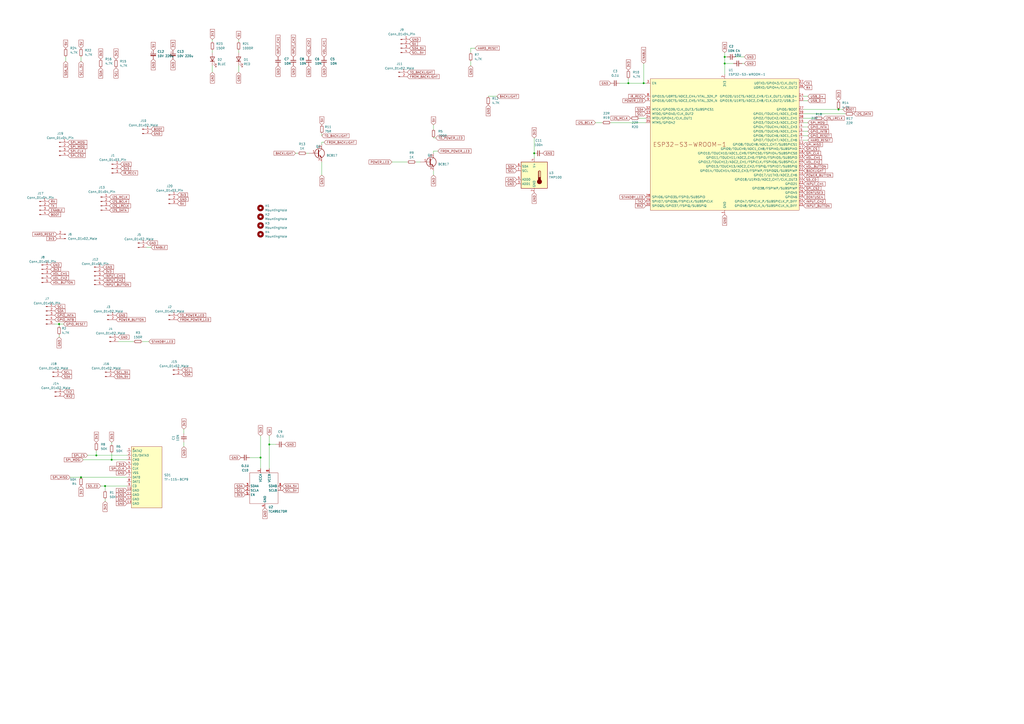
<source format=kicad_sch>
(kicad_sch (version 20231120) (generator "eeschema") (generator_version "8.0")
  (paper "A2")
  (junction (at 486.41 63.5))
  (junction (at 46.99 276.86))
  (junction (at 156.21 257.81))
  (junction (at 309.88 88.9))
  (junction (at 60.96 281.94))
  (junction (at 364.49 48.26))
  (junction (at 64.77 266.7))
  (junction (at 55.88 264.16))
  (junction (at 151.13 265.43))
  (junction (at 373.38 48.26))
  (junction (at 420.37 36.83))
  (junction (at 34.29 187.96))
  (junction (at 420.37 33.02))
  (wire (pts (xy 488.95 63.5) (xy 486.41 63.5)))
  (wire (pts (xy 354.33 71.12) (xy 374.65 71.12)))
  (wire (pts (xy 55.88 261.62) (xy 55.88 264.16)))
  (wire (pts (xy 364.49 48.26) (xy 373.38 48.26)))
  (wire (pts (xy 309.88 80.01) (xy 309.88 88.9)))
  (wire (pts (xy 421.64 33.02) (xy 420.37 33.02)))
  (wire (pts (xy 186.69 78.74) (xy 186.69 77.47)))
  (wire (pts (xy 251.46 99.06) (xy 251.46 101.6)))
  (wire (pts (xy 251.46 72.39) (xy 251.46 74.93)))
  (wire (pts (xy 468.63 78.74) (xy 466.09 78.74)))
  (wire (pts (xy 468.63 76.2) (xy 466.09 76.2)))
  (wire (pts (xy 46.99 276.86) (xy 73.66 276.86)))
  (wire (pts (xy 60.96 281.94) (xy 73.66 281.94)))
  (wire (pts (xy 420.37 33.02) (xy 420.37 36.83)))
  (wire (pts (xy 468.63 71.12) (xy 466.09 71.12)))
  (wire (pts (xy 64.77 266.7) (xy 73.66 266.7)))
  (wire (pts (xy 186.69 93.98) (xy 186.69 101.6)))
  (wire (pts (xy 420.37 30.48) (xy 420.37 33.02)))
  (wire (pts (xy 58.42 281.94) (xy 60.96 281.94)))
  (wire (pts (xy 420.37 36.83) (xy 420.37 43.18)))
  (wire (pts (xy 156.21 257.81) (xy 156.21 271.78)))
  (wire (pts (xy 123.19 24.13) (xy 123.19 22.86)))
  (wire (pts (xy 55.88 264.16) (xy 73.66 264.16)))
  (wire (pts (xy 309.88 88.9) (xy 309.88 91.44)))
  (wire (pts (xy 251.46 87.63) (xy 251.46 88.9)))
  (wire (pts (xy 186.69 83.82) (xy 186.69 82.55)))
  (wire (pts (xy 106.68 248.92) (xy 106.68 251.46)))
  (wire (pts (xy 288.29 55.88) (xy 283.21 55.88)))
  (wire (pts (xy 34.29 187.96) (xy 31.75 187.96)))
  (wire (pts (xy 373.38 48.26) (xy 374.65 48.26)))
  (wire (pts (xy 144.78 265.43) (xy 151.13 265.43)))
  (wire (pts (xy 48.26 266.7) (xy 64.77 266.7)))
  (wire (pts (xy 490.22 66.04) (xy 466.09 66.04)))
  (wire (pts (xy 345.44 71.12) (xy 349.25 71.12)))
  (wire (pts (xy 86.36 198.12) (xy 82.55 198.12)))
  (wire (pts (xy 34.29 189.23) (xy 34.29 187.96)))
  (wire (pts (xy 186.69 82.55) (xy 187.96 82.55)))
  (wire (pts (xy 64.77 256.54) (xy 64.77 257.81)))
  (wire (pts (xy 85.09 143.51) (xy 87.63 143.51)))
  (wire (pts (xy 425.45 36.83) (xy 420.37 36.83)))
  (wire (pts (xy 138.43 30.48) (xy 138.43 29.21)))
  (wire (pts (xy 50.8 264.16) (xy 55.88 264.16)))
  (wire (pts (xy 123.19 30.48) (xy 123.19 29.21)))
  (wire (pts (xy 468.63 58.42) (xy 466.09 58.42)))
  (wire (pts (xy 151.13 265.43) (xy 151.13 271.78)))
  (wire (pts (xy 138.43 41.91) (xy 138.43 38.1)))
  (wire (pts (xy 472.44 68.58) (xy 466.09 68.58)))
  (wire (pts (xy 171.45 88.9) (xy 172.72 88.9)))
  (wire (pts (xy 251.46 87.63) (xy 254 87.63)))
  (wire (pts (xy 273.05 38.1) (xy 273.05 35.56)))
  (wire (pts (xy 36.83 187.96) (xy 34.29 187.96)))
  (wire (pts (xy 38.1 33.02) (xy 38.1 35.56)))
  (wire (pts (xy 468.63 73.66) (xy 466.09 73.66)))
  (wire (pts (xy 241.3 93.98) (xy 243.84 93.98)))
  (wire (pts (xy 123.19 41.91) (xy 123.19 38.1)))
  (wire (pts (xy 431.8 36.83) (xy 430.53 36.83)))
  (wire (pts (xy 431.8 33.02) (xy 426.72 33.02)))
  (wire (pts (xy 156.21 252.73) (xy 156.21 257.81)))
  (wire (pts (xy 370.84 68.58) (xy 374.65 68.58)))
  (wire (pts (xy 151.13 252.73) (xy 151.13 265.43)))
  (wire (pts (xy 373.38 36.83) (xy 373.38 48.26)))
  (wire (pts (xy 275.59 27.94) (xy 273.05 27.94)))
  (wire (pts (xy 252.73 80.01) (xy 251.46 80.01)))
  (wire (pts (xy 34.29 195.58) (xy 34.29 194.31)))
  (wire (pts (xy 60.96 290.83) (xy 60.96 289.56)))
  (wire (pts (xy 156.21 257.81) (xy 160.02 257.81)))
  (wire (pts (xy 468.63 55.88) (xy 466.09 55.88)))
  (wire (pts (xy 273.05 30.48) (xy 273.05 27.94)))
  (wire (pts (xy 466.09 63.5) (xy 486.41 63.5)))
  (wire (pts (xy 64.77 262.89) (xy 64.77 266.7)))
  (wire (pts (xy 468.63 81.28) (xy 466.09 81.28)))
  (wire (pts (xy 138.43 24.13) (xy 138.43 22.86)))
  (wire (pts (xy 359.41 48.26) (xy 364.49 48.26)))
  (wire (pts (xy 364.49 45.72) (xy 364.49 48.26)))
  (wire (pts (xy 177.8 88.9) (xy 179.07 88.9)))
  (wire (pts (xy 60.96 284.48) (xy 60.96 281.94)))
  (wire (pts (xy 46.99 33.02) (xy 46.99 35.56)))
  (wire (pts (xy 77.47 198.12) (xy 68.58 198.12)))
  (wire (pts (xy 227.33 93.98) (xy 236.22 93.98)))
  (wire (pts (xy 40.64 276.86) (xy 46.99 276.86)))
  (wire (pts (xy 106.68 259.08) (xy 106.68 256.54)))
  (global_label "VOL_CH1" (shape input) (at 187.96 33.02 90) (property "Intersheetrefs" "${INTERSHEET_REFS}" (effects (hide yes))))
  (global_label "SDA_5V" (shape input) (at 237.49 27.94 0) (property "Intersheetrefs" "${INTERSHEET_REFS}" (effects (hide yes))))
  (global_label "GND" (shape input) (at 59.69 154.94 0) (property "Intersheetrefs" "${INTERSHEET_REFS}" (effects (hide yes))))
  (global_label "VOL_CH2" (shape input) (at 29.21 161.29 0) (property "Intersheetrefs" "${INTERSHEET_REFS}" (effects (hide yes))))
  (global_label "SPI_CS2" (shape input) (at 39.37 90.17 0) (property "Intersheetrefs" "${INTERSHEET_REFS}" (effects (hide yes))))
  (global_label "GND" (shape input) (at 29.21 153.67 0) (property "Intersheetrefs" "${INTERSHEET_REFS}" (effects (hide yes))))
  (global_label "5V" (shape input) (at 38.1 27.94 90) (property "Intersheetrefs" "${INTERSHEET_REFS}" (effects (hide yes))))
  (global_label "DONTUSE4" (shape input) (at 466.09 114.3 0) (property "Intersheetrefs" "${INTERSHEET_REFS}" (effects (hide yes))))
  (global_label "VOL_CH2" (shape input) (at 466.09 93.98 0) (property "Intersheetrefs" "${INTERSHEET_REFS}" (effects (hide yes))))
  (global_label "USB_D-" (shape input) (at 468.63 58.42 0) (property "Intersheetrefs" "${INTERSHEET_REFS}" (effects (hide yes))))
  (global_label "GND" (shape input) (at 73.66 292.1 180) (property "Intersheetrefs" "${INTERSHEET_REFS}" (effects (hide yes))))
  (global_label "GND" (shape input) (at 87.63 77.47 0) (property "Intersheetrefs" "${INTERSHEET_REFS}" (effects (hide yes))))
  (global_label "GND" (shape input) (at 106.68 259.08 270) (property "Intersheetrefs" "${INTERSHEET_REFS}" (effects (hide yes))))
  (global_label "3V3" (shape input) (at 420.37 30.48 90) (property "Intersheetrefs" "${INTERSHEET_REFS}" (effects (hide yes))))
  (global_label "GND" (shape input) (at 237.49 22.86 0) (property "Intersheetrefs" "${INTERSHEET_REFS}" (effects (hide yes))))
  (global_label "GND" (shape input) (at 431.8 33.02 0) (property "Intersheetrefs" "${INTERSHEET_REFS}" (effects (hide yes))))
  (global_label "GND" (shape input) (at 68.58 195.58 0) (property "Intersheetrefs" "${INTERSHEET_REFS}" (effects (hide yes))))
  (global_label "5V" (shape input) (at 46.99 27.94 90) (property "Intersheetrefs" "${INTERSHEET_REFS}" (effects (hide yes))))
  (global_label "5V" (shape input) (at 156.21 252.73 90) (property "Intersheetrefs" "${INTERSHEET_REFS}" (effects (hide yes))))
  (global_label "VOL_CH1" (shape input) (at 466.09 91.44 0) (property "Intersheetrefs" "${INTERSHEET_REFS}" (effects (hide yes))))
  (global_label "IR_RECV" (shape input) (at 69.85 100.33 0) (property "Intersheetrefs" "${INTERSHEET_REFS}" (effects (hide yes))))
  (global_label "3V3" (shape input) (at 69.85 97.79 0) (property "Intersheetrefs" "${INTERSHEET_REFS}" (effects (hide yes))))
  (global_label "SCL_5V" (shape input) (at 66.04 215.9 0) (property "Intersheetrefs" "${INTERSHEET_REFS}" (effects (hide yes))))
  (global_label "POWER_LED" (shape input) (at 374.65 58.42 180) (property "Intersheetrefs" "${INTERSHEET_REFS}" (effects (hide yes))))
  (global_label "3V3" (shape input) (at 106.68 248.92 90) (property "Intersheetrefs" "${INTERSHEET_REFS}" (effects (hide yes))))
  (global_label "SDA_5V" (shape input) (at 66.04 218.44 0) (property "Intersheetrefs" "${INTERSHEET_REFS}" (effects (hide yes))))
  (global_label "BOOT" (shape input) (at 488.95 63.5 0) (property "Intersheetrefs" "${INTERSHEET_REFS}" (effects (hide yes))))
  (global_label "SDA" (shape input) (at 58.42 39.37 270) (property "Intersheetrefs" "${INTERSHEET_REFS}" (effects (hide yes))))
  (global_label "SCL" (shape input) (at 105.41 214.63 0) (property "Intersheetrefs" "${INTERSHEET_REFS}" (effects (hide yes))))
  (global_label "GND" (shape input) (at 34.29 195.58 270) (property "Intersheetrefs" "${INTERSHEET_REFS}" (effects (hide yes))))
  (global_label "BOOT" (shape input) (at 87.63 74.93 0) (property "Intersheetrefs" "${INTERSHEET_REFS}" (effects (hide yes))))
  (global_label "POWER_BUTTON" (shape input) (at 67.31 185.42 0) (property "Intersheetrefs" "${INTERSHEET_REFS}" (effects (hide yes))))
  (global_label "3V3" (shape input) (at 55.88 256.54 90) (property "Intersheetrefs" "${INTERSHEET_REFS}" (effects (hide yes))))
  (global_label "INPUT_CH2" (shape input) (at 170.18 33.02 90) (property "Intersheetrefs" "${INTERSHEET_REFS}" (effects (hide yes))))
  (global_label "GND" (shape input) (at 88.9 34.29 270) (property "Intersheetrefs" "${INTERSHEET_REFS}" (effects (hide yes))))
  (global_label "HARD_RESET" (shape input) (at 275.59 27.94 0) (property "Intersheetrefs" "${INTERSHEET_REFS}" (effects (hide yes))))
  (global_label "3V3" (shape input) (at 73.66 269.24 180) (property "Intersheetrefs" "${INTERSHEET_REFS}" (effects (hide yes))))
  (global_label "GPIO_INTB" (shape input) (at 468.63 76.2 0) (property "Intersheetrefs" "${INTERSHEET_REFS}" (effects (hide yes))))
  (global_label "5V" (shape input) (at 102.87 118.11 0) (property "Intersheetrefs" "${INTERSHEET_REFS}" (effects (hide yes))))
  (global_label "SPI_MOSI" (shape input) (at 468.63 71.12 0) (property "Intersheetrefs" "${INTERSHEET_REFS}" (effects (hide yes))))
  (global_label "3V3" (shape input) (at 100.33 29.21 90) (property "Intersheetrefs" "${INTERSHEET_REFS}" (effects (hide yes))))
  (global_label "SCL" (shape input) (at 31.75 177.8 0) (property "Intersheetrefs" "${INTERSHEET_REFS}" (effects (hide yes))))
  (global_label "GND" (shape input) (at 161.29 38.1 270) (property "Intersheetrefs" "${INTERSHEET_REFS}" (effects (hide yes))))
  (global_label "GND" (shape input) (at 100.33 34.29 270) (property "Intersheetrefs" "${INTERSHEET_REFS}" (effects (hide yes))))
  (global_label "SDA_5V" (shape input) (at 163.83 281.94 0) (property "Intersheetrefs" "${INTERSHEET_REFS}" (effects (hide yes))))
  (global_label "TO_BACKLIGHT" (shape input) (at 186.69 78.74 0) (property "Intersheetrefs" "${INTERSHEET_REFS}" (effects (hide yes))))
  (global_label "3V3" (shape input) (at 364.49 40.64 90) (property "Intersheetrefs" "${INTERSHEET_REFS}" (effects (hide yes))))
  (global_label "3V3" (shape input) (at 46.99 281.94 270) (property "Intersheetrefs" "${INTERSHEET_REFS}" (effects (hide yes))))
  (global_label "SPI_MOSI" (shape input) (at 48.26 266.7 180) (property "Intersheetrefs" "${INTERSHEET_REFS}" (effects (hide yes))))
  (global_label "GND" (shape input) (at 69.85 95.25 0) (property "Intersheetrefs" "${INTERSHEET_REFS}" (effects (hide yes))))
  (global_label "SDA" (shape input) (at 35.56 218.44 0) (property "Intersheetrefs" "${INTERSHEET_REFS}" (effects (hide yes))))
  (global_label "5V" (shape input) (at 88.9 29.21 90) (property "Intersheetrefs" "${INTERSHEET_REFS}" (effects (hide yes))))
  (global_label "TX" (shape input) (at 466.09 48.26 0) (property "Intersheetrefs" "${INTERSHEET_REFS}" (effects (hide yes))))
  (global_label "I2S_MCLK" (shape input) (at 63.5 114.3 0) (property "Intersheetrefs" "${INTERSHEET_REFS}" (effects (hide yes))))
  (global_label "I2S_DATA" (shape input) (at 63.5 121.92 0) (property "Intersheetrefs" "${INTERSHEET_REFS}" (effects (hide yes))))
  (global_label "I2S_BCLK" (shape input) (at 63.5 116.84 0) (property "Intersheetrefs" "${INTERSHEET_REFS}" (effects (hide yes))))
  (global_label "GND" (shape input) (at 73.66 284.48 180) (property "Intersheetrefs" "${INTERSHEET_REFS}" (effects (hide yes))))
  (global_label "SCL_5V" (shape input) (at 163.83 284.48 0) (property "Intersheetrefs" "${INTERSHEET_REFS}" (effects (hide yes))))
  (global_label "5V" (shape input) (at 237.49 25.4 0) (property "Intersheetrefs" "${INTERSHEET_REFS}" (effects (hide yes))))
  (global_label "3V3" (shape input) (at 33.02 138.43 180) (property "Intersheetrefs" "${INTERSHEET_REFS}" (effects (hide yes))))
  (global_label "TX2" (shape input) (at 36.83 227.33 0) (property "Intersheetrefs" "${INTERSHEET_REFS}" (effects (hide yes))))
  (global_label "VOL_BUTTON" (shape input) (at 29.21 163.83 0) (property "Intersheetrefs" "${INTERSHEET_REFS}" (effects (hide yes))))
  (global_label "SDA_5V" (shape input) (at 38.1 35.56 270) (property "Intersheetrefs" "${INTERSHEET_REFS}" (effects (hide yes))))
  (global_label "INPUT_CH2" (shape input) (at 59.69 162.56 0) (property "Intersheetrefs" "${INTERSHEET_REFS}" (effects (hide yes))))
  (global_label "STANDBY_LED" (shape input) (at 374.65 114.3 180) (property "Intersheetrefs" "${INTERSHEET_REFS}" (effects (hide yes))))
  (global_label "INPUT_BUTTON" (shape input) (at 59.69 165.1 0) (property "Intersheetrefs" "${INTERSHEET_REFS}" (effects (hide yes))))
  (global_label "BOOT" (shape input) (at 27.94 124.46 0) (property "Intersheetrefs" "${INTERSHEET_REFS}" (effects (hide yes))))
  (global_label "INPUT_CH1" (shape input) (at 466.09 106.68 0) (property "Intersheetrefs" "${INTERSHEET_REFS}" (effects (hide yes))))
  (global_label "3V3" (shape input) (at 151.13 252.73 90) (property "Intersheetrefs" "${INTERSHEET_REFS}" (effects (hide yes))))
  (global_label "GND" (shape input) (at 73.66 289.56 180) (property "Intersheetrefs" "${INTERSHEET_REFS}" (effects (hide yes))))
  (global_label "3V3" (shape input) (at 64.77 256.54 90) (property "Intersheetrefs" "${INTERSHEET_REFS}" (effects (hide yes))))
  (global_label "GND" (shape input) (at 102.87 115.57 0) (property "Intersheetrefs" "${INTERSHEET_REFS}" (effects (hide yes))))
  (global_label "STANDBY_LED" (shape input) (at 86.36 198.12 0) (property "Intersheetrefs" "${INTERSHEET_REFS}" (effects (hide yes))))
  (global_label "I2S_LRCLK" (shape input) (at 477.52 68.58 0) (property "Intersheetrefs" "${INTERSHEET_REFS}" (effects (hide yes))))
  (global_label "RX2" (shape input) (at 36.83 229.87 0) (property "Intersheetrefs" "${INTERSHEET_REFS}" (effects (hide yes))))
  (global_label "SPI_CLK" (shape input) (at 466.09 88.9 0) (property "Intersheetrefs" "${INTERSHEET_REFS}" (effects (hide yes))))
  (global_label "3V3" (shape input) (at 142.24 287.02 180) (property "Intersheetrefs" "${INTERSHEET_REFS}" (effects (hide yes))))
  (global_label "SPI_CS" (shape input) (at 466.09 86.36 0) (property "Intersheetrefs" "${INTERSHEET_REFS}" (effects (hide yes))))
  (global_label "TX2" (shape input) (at 374.65 116.84 180) (property "Intersheetrefs" "${INTERSHEET_REFS}" (effects (hide yes))))
  (global_label "I2S_MCLK" (shape input) (at 365.76 68.58 180) (property "Intersheetrefs" "${INTERSHEET_REFS}" (effects (hide yes))))
  (global_label "SCL" (shape input) (at 142.24 284.48 180) (property "Intersheetrefs" "${INTERSHEET_REFS}" (effects (hide yes))))
  (global_label "SCL" (shape input) (at 374.65 66.04 180) (property "Intersheetrefs" "${INTERSHEET_REFS}" (effects (hide yes))))
  (global_label "GPIO_RESET" (shape input) (at 468.63 78.74 0) (property "Intersheetrefs" "${INTERSHEET_REFS}" (effects (hide yes))))
  (global_label "SDA" (shape input) (at 374.65 63.5 180) (property "Intersheetrefs" "${INTERSHEET_REFS}" (effects (hide yes))))
  (global_label "SPI_MISO" (shape input) (at 40.64 276.86 180) (property "Intersheetrefs" "${INTERSHEET_REFS}" (effects (hide yes))))
  (global_label "SPI_MISO" (shape input) (at 466.09 83.82 0) (property "Intersheetrefs" "${INTERSHEET_REFS}" (effects (hide yes))))
  (global_label "GND" (shape input) (at 153.67 294.64 270) (property "Intersheetrefs" "${INTERSHEET_REFS}" (effects (hide yes))))
  (global_label "ENABLE" (shape input) (at 373.38 36.83 90) (property "Intersheetrefs" "${INTERSHEET_REFS}" (effects (hide yes))))
  (global_label "GND" (shape input) (at 123.19 41.91 270) (property "Intersheetrefs" "${INTERSHEET_REFS}" (effects (hide yes))))
  (global_label "GND" (shape input) (at 139.7 265.43 180) (property "Intersheetrefs" "${INTERSHEET_REFS}" (effects (hide yes))))
  (global_label "INPUT_CH2" (shape input) (at 466.09 116.84 0) (property "Intersheetrefs" "${INTERSHEET_REFS}" (effects (hide yes))))
  (global_label "RX" (shape input) (at 466.09 50.8 0) (property "Intersheetrefs" "${INTERSHEET_REFS}" (effects (hide yes))))
  (global_label "SPI_CLK" (shape input) (at 39.37 87.63 0) (property "Intersheetrefs" "${INTERSHEET_REFS}" (effects (hide yes))))
  (global_label "SCL" (shape input) (at 35.56 215.9 0) (property "Intersheetrefs" "${INTERSHEET_REFS}" (effects (hide yes))))
  (global_label "FROM_POWER_LED" (shape input) (at 254 87.63 0) (property "Intersheetrefs" "${INTERSHEET_REFS}" (effects (hide yes))))
  (global_label "INPUT_BUTTON" (shape input) (at 466.09 119.38 0) (property "Intersheetrefs" "${INTERSHEET_REFS}" (effects (hide yes))))
  (global_label "5V" (shape input) (at 186.69 72.39 90) (property "Intersheetrefs" "${INTERSHEET_REFS}" (effects (hide yes))))
  (global_label "GND" (shape input) (at 299.72 104.14 180) (property "Intersheetrefs" "${INTERSHEET_REFS}" (effects (hide yes))))
  (global_label "RX" (shape input) (at 27.94 116.84 0) (property "Intersheetrefs" "${INTERSHEET_REFS}" (effects (hide yes))))
  (global_label "GND" (shape input) (at 354.33 48.26 180) (property "Intersheetrefs" "${INTERSHEET_REFS}" (effects (hide yes))))
  (global_label "GND" (shape input) (at 299.72 106.68 180) (property "Intersheetrefs" "${INTERSHEET_REFS}" (effects (hide yes))))
  (global_label "GND" (shape input) (at 283.21 60.96 270) (property "Intersheetrefs" "${INTERSHEET_REFS}" (effects (hide yes))))
  (global_label "SCL_5V" (shape input) (at 46.99 35.56 270) (property "Intersheetrefs" "${INTERSHEET_REFS}" (effects (hide yes))))
  (global_label "VOL_CH2" (shape input) (at 179.07 33.02 90) (property "Intersheetrefs" "${INTERSHEET_REFS}" (effects (hide yes))))
  (global_label "SCL" (shape input) (at 67.31 39.37 270) (property "Intersheetrefs" "${INTERSHEET_REFS}" (effects (hide yes))))
  (global_label "TO_POWER_LED" (shape input) (at 252.73 80.01 0) (property "Intersheetrefs" "${INTERSHEET_REFS}" (effects (hide yes))))
  (global_label "DONTUSE3" (shape input) (at 466.09 111.76 0) (property "Intersheetrefs" "${INTERSHEET_REFS}" (effects (hide yes))))
  (global_label "SDA" (shape input) (at 142.24 281.94 180) (property "Intersheetrefs" "${INTERSHEET_REFS}" (effects (hide yes))))
  (global_label "GND" (shape input) (at 73.66 274.32 180) (property "Intersheetrefs" "${INTERSHEET_REFS}" (effects (hide yes))))
  (global_label "BACKLIGHT" (shape input) (at 288.29 55.88 0) (property "Intersheetrefs" "${INTERSHEET_REFS}" (effects (hide yes))))
  (global_label "SPI_MOSI" (shape input) (at 39.37 82.55 0) (property "Intersheetrefs" "${INTERSHEET_REFS}" (effects (hide yes))))
  (global_label "3V3" (shape input) (at 60.96 290.83 270) (property "Intersheetrefs" "${INTERSHEET_REFS}" (effects (hide yes))))
  (global_label "FROM_POWER_LED" (shape input) (at 102.87 185.42 0) (property "Intersheetrefs" "${INTERSHEET_REFS}" (effects (hide yes))))
  (global_label "3V3" (shape input) (at 67.31 34.29 90) (property "Intersheetrefs" "${INTERSHEET_REFS}" (effects (hide yes))))
  (global_label "GPIO_RESET" (shape input) (at 36.83 187.96 0) (property "Intersheetrefs" "${INTERSHEET_REFS}" (effects (hide yes))))
  (global_label "GND" (shape input) (at 165.1 257.81 0) (property "Intersheetrefs" "${INTERSHEET_REFS}" (effects (hide yes))))
  (global_label "GND" (shape input) (at 73.66 287.02 180) (property "Intersheetrefs" "${INTERSHEET_REFS}" (effects (hide yes))))
  (global_label "BACKLIGHT" (shape input) (at 171.45 88.9 180) (property "Intersheetrefs" "${INTERSHEET_REFS}" (effects (hide yes))))
  (global_label "IR_RECV" (shape input) (at 374.65 55.88 180) (property "Intersheetrefs" "${INTERSHEET_REFS}" (effects (hide yes))))
  (global_label "SPI_CS" (shape input) (at 50.8 264.16 180) (property "Intersheetrefs" "${INTERSHEET_REFS}" (effects (hide yes))))
  (global_label "GND" (shape input) (at 67.31 182.88 0) (property "Intersheetrefs" "${INTERSHEET_REFS}" (effects (hide yes))))
  (global_label "GND" (shape input) (at 314.96 88.9 0) (property "Intersheetrefs" "${INTERSHEET_REFS}" (effects (hide yes))))
  (global_label "SPI_CS2" (shape input) (at 466.09 109.22 0) (property "Intersheetrefs" "${INTERSHEET_REFS}" (effects (hide yes))))
  (global_label "GND" (shape input) (at 187.96 38.1 270) (property "Intersheetrefs" "${INTERSHEET_REFS}" (effects (hide yes))))
  (global_label "HARD_RESET" (shape input) (at 468.63 81.28 0) (property "Intersheetrefs" "${INTERSHEET_REFS}" (effects (hide yes))))
  (global_label "ENABLE" (shape input) (at 27.94 121.92 0) (property "Intersheetrefs" "${INTERSHEET_REFS}" (effects (hide yes))))
  (global_label "FROM_BACKLIGHT" (shape input) (at 236.22 44.45 0) (property "Intersheetrefs" "${INTERSHEET_REFS}" (effects (hide yes))))
  (global_label "3V3" (shape input) (at 486.41 58.42 90) (property "Intersheetrefs" "${INTERSHEET_REFS}" (effects (hide yes))))
  (global_label "GND" (shape input) (at 273.05 38.1 270) (property "Intersheetrefs" "${INTERSHEET_REFS}" (effects (hide yes))))
  (global_label "3V3" (shape input) (at 309.88 80.01 90) (property "Intersheetrefs" "${INTERSHEET_REFS}" (effects (hide yes))))
  (global_label "3V3" (shape input) (at 29.21 156.21 0) (property "Intersheetrefs" "${INTERSHEET_REFS}" (effects (hide yes))))
  (global_label "GPIO_INTA" (shape input) (at 468.63 73.66 0) (property "Intersheetrefs" "${INTERSHEET_REFS}" (effects (hide yes))))
  (global_label "GND" (shape input) (at 309.88 111.76 270) (property "Intersheetrefs" "${INTERSHEET_REFS}" (effects (hide yes))))
  (global_label "USB_D+" (shape input) (at 468.63 55.88 0) (property "Intersheetrefs" "${INTERSHEET_REFS}" (effects (hide yes))))
  (global_label "I2S_LRCLK" (shape input) (at 63.5 119.38 0) (property "Intersheetrefs" "${INTERSHEET_REFS}" (effects (hide yes))))
  (global_label "RX2" (shape input) (at 374.65 119.38 180) (property "Intersheetrefs" "${INTERSHEET_REFS}" (effects (hide yes))))
  (global_label "FROM_BACKLIGHT" (shape input) (at 187.96 82.55 0) (property "Intersheetrefs" "${INTERSHEET_REFS}" (effects (hide yes))))
  (global_label "SDA" (shape input) (at 31.75 180.34 0) (property "Intersheetrefs" "${INTERSHEET_REFS}" (effects (hide yes))))
  (global_label "GND" (shape input) (at 85.09 140.97 0) (property "Intersheetrefs" "${INTERSHEET_REFS}" (effects (hide yes))))
  (global_label "SD_CD" (shape input) (at 58.42 281.94 180) (property "Intersheetrefs" "${INTERSHEET_REFS}" (effects (hide yes))))
  (global_label "TO_BACKLIGHT" (shape input) (at 236.22 41.91 0) (property "Intersheetrefs" "${INTERSHEET_REFS}" (effects (hide yes))))
  (global_label "GPIO_INTB" (shape input) (at 31.75 185.42 0) (property "Intersheetrefs" "${INTERSHEET_REFS}" (effects (hide yes))))
  (global_label "SPI_CLK" (shape input) (at 73.66 271.78 180) (property "Intersheetrefs" "${INTERSHEET_REFS}" (effects (hide yes))))
  (global_label "SPI_MOSI" (shape input) (at 39.37 85.09 0) (property "Intersheetrefs" "${INTERSHEET_REFS}" (effects (hide yes))))
  (global_label "SDA" (shape input) (at 299.72 96.52 180) (property "Intersheetrefs" "${INTERSHEET_REFS}" (effects (hide yes))))
  (global_label "GND" (shape input) (at 186.69 101.6 270) (property "Intersheetrefs" "${INTERSHEET_REFS}" (effects (hide yes))))
  (global_label "3V3" (shape input) (at 102.87 113.03 0) (property "Intersheetrefs" "${INTERSHEET_REFS}" (effects (hide yes))))
  (global_label "POWER_BUTTON" (shape input) (at 466.09 101.6 0) (property "Intersheetrefs" "${INTERSHEET_REFS}" (effects (hide yes))))
  (global_label "SDA" (shape input) (at 105.41 217.17 0) (property "Intersheetrefs" "${INTERSHEET_REFS}" (effects (hide yes))))
  (global_label "BACKLIGHT" (shape input) (at 466.09 99.06 0) (property "Intersheetrefs" "${INTERSHEET_REFS}" (effects (hide yes))))
  (global_label "ENABLE" (shape input) (at 87.63 143.51 0) (property "Intersheetrefs" "${INTERSHEET_REFS}" (effects (hide yes))))
  (global_label "I2S_BCLK" (shape input) (at 345.44 71.12 180) (property "Intersheetrefs" "${INTERSHEET_REFS}" (effects (hide yes))))
  (global_label "HARD_RESET" (shape input) (at 33.02 135.89 180) (property "Intersheetrefs" "${INTERSHEET_REFS}" (effects (hide yes))))
  (global_label "GND" (shape input) (at 431.8 36.83 0) (property "Intersheetrefs" "${INTERSHEET_REFS}" (effects (hide yes))))
  (global_label "SD_CD" (shape input) (at 466.09 104.14 0) (property "Intersheetrefs" "${INTERSHEET_REFS}" (effects (hide yes))))
  (global_label "3V3" (shape input) (at 58.42 34.29 90) (property "Intersheetrefs" "${INTERSHEET_REFS}" (effects (hide yes))))
  (global_label "I2S_DATA" (shape input) (at 495.3 66.04 0) (property "Intersheetrefs" "${INTERSHEET_REFS}" (effects (hide yes))))
  (global_label "VOL_CH1" (shape input) (at 29.21 158.75 0) (property "Intersheetrefs" "${INTERSHEET_REFS}" (effects (hide yes))))
  (global_label "POWER_LED" (shape input) (at 227.33 93.98 180) (property "Intersheetrefs" "${INTERSHEET_REFS}" (effects (hide yes))))
  (global_label "INPUT_CH1" (shape input) (at 59.69 160.02 0) (property "Intersheetrefs" "${INTERSHEET_REFS}" (effects (hide yes))))
  (global_label "GND" (shape input) (at 138.43 41.91 270) (property "Intersheetrefs" "${INTERSHEET_REFS}" (effects (hide yes))))
  (global_label "3V3" (shape input) (at 123.19 22.86 90) (property "Intersheetrefs" "${INTERSHEET_REFS}" (effects (hide yes))))
  (global_label "3V3" (shape input) (at 59.69 157.48 0) (property "Intersheetrefs" "${INTERSHEET_REFS}" (effects (hide yes))))
  (global_label "5V" (shape input) (at 251.46 72.39 90) (property "Intersheetrefs" "${INTERSHEET_REFS}" (effects (hide yes))))
  (global_label "GND" (shape input) (at 179.07 38.1 270) (property "Intersheetrefs" "${INTERSHEET_REFS}" (effects (hide yes))))
  (global_label "GND" (shape input) (at 251.46 101.6 270) (property "Intersheetrefs" "${INTERSHEET_REFS}" (effects (hide yes))))
  (global_label "5V" (shape input) (at 138.43 22.86 90) (property "Intersheetrefs" "${INTERSHEET_REFS}" (effects (hide yes))))
  (global_label "VOL_BUTTON" (shape input) (at 466.09 96.52 0) (property "Intersheetrefs" "${INTERSHEET_REFS}" (effects (hide yes))))
  (global_label "GPIO_INTA" (shape input) (at 31.75 182.88 0) (property "Intersheetrefs" "${INTERSHEET_REFS}" (effects (hide yes))))
  (global_label "SCL" (shape input) (at 299.72 99.06 180) (property "Intersheetrefs" "${INTERSHEET_REFS}" (effects (hide yes))))
  (global_label "GND" (shape input) (at 170.18 38.1 270) (property "Intersheetrefs" "${INTERSHEET_REFS}" (effects (hide yes))))
  (global_label "TO_POWER_LED" (shape input) (at 102.87 182.88 0) (property "Intersheetrefs" "${INTERSHEET_REFS}" (effects (hide yes))))
  (global_label "GND" (shape input) (at 420.37 124.46 270) (property "Intersheetrefs" "${INTERSHEET_REFS}" (effects (hide yes))))
  (global_label "INPUT_CH1" (shape input) (at 161.29 33.02 90) (property "Intersheetrefs" "${INTERSHEET_REFS}" (effects (hide yes))))
  (global_label "TX" (shape input) (at 27.94 119.38 0) (property "Intersheetrefs" "${INTERSHEET_REFS}" (effects (hide yes))))
  (global_label "SCL_5V" (shape input) (at 237.49 30.48 0) (property "Intersheetrefs" "${INTERSHEET_REFS}" (effects (hide yes))))
  (symbol (lib_id "Mechanical:MountingHole") (at 151.13 130.81 0) (unit 1)
    (property "Reference" "H3" (at 153.67 129.5399 0) (effects (justify left)))
    (property "Value" "MountingHole" (at 153.67 132.0799 0) (effects (justify left)))
    (property "Footprint" "MountingHole:MountingHole_3.2mm_M3_DIN965_Pad_TopOnly" (effects (hide yes)))
  )
  (symbol (lib_id "Device:R_Small") (at 34.29 191.77 180) (unit 1)
    (property "Reference" "R2" (at 35.814 190.5 0) (effects (justify right)))
    (property "Value" "4.7K" (at 35.814 193.04 0) (effects (justify right)))
    (property "Footprint" "Resistor_SMD:R_0603_1608Metric_Pad0.98x0.95mm_HandSolder" (effects (hide yes)))
  )
  (symbol (lib_id "Device:R_Small") (at 364.49 43.18 0) (unit 1)
    (property "Reference" "R10" (at 367.03 41.9099 0) (effects (justify left)))
    (property "Value" "4.7K" (at 367.03 44.4499 0) (effects (justify left)))
    (property "Footprint" "Resistor_SMD:R_0603_1608Metric_Pad0.98x0.95mm_HandSolder" (effects (hide yes)))
  )
  (symbol (lib_id "Device:R_Small") (at 368.3 68.58 270) (unit 1)
    (property "Reference" "R20" (at 368.3 73.66 90))
    (property "Value" "22R" (at 368.3 71.12 90))
    (property "Footprint" "Resistor_SMD:R_0603_1608Metric" (effects (hide yes)))
    (property "Description" "Resistor, small symbol" (effects (hide yes)))
    (property "Mouser" "603-RT0805FRE0722RL" (effects (hide yes)))
  )
  (symbol (lib_id "Device:R_Small") (at 55.88 259.08 0) (unit 1)
    (property "Reference" "R8" (at 58.42 257.8099 0) (effects (justify left)))
    (property "Value" "50K" (at 58.42 260.3499 0) (effects (justify left)))
    (property "Footprint" "Resistor_SMD:R_0603_1608Metric_Pad0.98x0.95mm_HandSolder" (effects (hide yes)))
  )
  (symbol (lib_id "Device:R_Small") (at 58.42 36.83 0) (unit 1)
    (property "Reference" "R16" (at 60.96 34.2899 0) (effects (justify left)))
    (property "Value" "4.7K" (at 60.96 36.8299 0) (effects (justify left)))
    (property "Footprint" "Resistor_SMD:R_0603_1608Metric_Pad0.98x0.95mm_HandSolder" (effects (hide yes)))
  )
  (symbol (lib_id "Connector:Conn_01x02_Male") (at 80.01 140.97 0) (unit 1)
    (property "Reference" "J5" (at 80.645 136.144 0))
    (property "Value" "Conn_01x02_Male" (at 80.645 138.684 0))
    (property "Footprint" "Connector_JST:JST_PH_B2B-PH-K_1x02_P2.00mm_Vertical" (effects (hide yes)))
  )
  (symbol (lib_id "Device:C_Small") (at 162.56 257.81 90) (unit 1)
    (property "Reference" "C9" (at 162.5663 250.444 90))
    (property "Value" "0.1U" (at 162.5663 252.984 90))
    (property "Footprint" "Capacitor_SMD:C_0805_2012Metric_Pad1.18x1.45mm_HandSolder" (effects (hide yes)))
  )
  (symbol (lib_id "Device:R_Small") (at 138.43 26.67 0) (unit 1)
    (property "Reference" "R21" (at 140.589 25.3999 0) (effects (justify left)))
    (property "Value" "1000R" (at 140.589 27.9399 0) (effects (justify left)))
    (property "Footprint" "Resistor_SMD:R_0603_1608Metric_Pad0.98x0.95mm_HandSolder" (effects (hide yes)))
  )
  (symbol (lib_id "Device:C_Small") (at 142.24 265.43 270) (unit 1)
    (property "Reference" "C10" (at 142.2337 272.796 90))
    (property "Value" "0.1U" (at 142.2337 270.256 90))
    (property "Footprint" "Capacitor_SMD:C_0805_2012Metric_Pad1.18x1.45mm_HandSolder" (effects (hide yes)))
  )
  (symbol (lib_id "Device:R_Small") (at 46.99 30.48 0) (unit 1)
    (property "Reference" "R22" (at 49.149 29.2099 0) (effects (justify left)))
    (property "Value" "4.7K" (at 49.149 31.7499 0) (effects (justify left)))
    (property "Footprint" "Resistor_SMD:R_0603_1608Metric_Pad0.98x0.95mm_HandSolder" (effects (hide yes)))
  )
  (symbol (lib_id "Device:C_Small") (at 424.18 33.02 90) (unit 1)
    (property "Reference" "C2" (at 424.18 26.924 90))
    (property "Value" "10N" (at 424.18 29.464 90))
    (property "Footprint" "Capacitor_SMD:C_0805_2012Metric_Pad1.18x1.45mm_HandSolder" (effects (hide yes)))
  )
  (symbol (lib_id "Connector:Conn_01x02_Male") (at 63.5 195.58 0) (unit 1)
    (property "Reference" "J4" (at 64.135 190.754 0))
    (property "Value" "Conn_01x02_Male" (at 64.135 193.294 0))
    (property "Footprint" "Connector_JST:JST_PH_B2B-PH-K_1x02_P2.00mm_Vertical" (effects (hide yes)))
  )
  (symbol (lib_id "Device:C_Small") (at 170.18 35.56 180) (unit 1)
    (property "Reference" "C8" (at 173.7597 34.2835 0) (effects (justify right)))
    (property "Value" "10N" (at 173.7597 36.8235 0) (effects (justify right)))
    (property "Footprint" "Capacitor_SMD:C_0603_1608Metric_Pad1.08x0.95mm_HandSolder" (effects (hide yes)))
  )
  (symbol (lib_id "Connector:Conn_01x02_Male") (at 62.23 182.88 0) (unit 1)
    (property "Reference" "J3" (at 62.865 178.054 0))
    (property "Value" "Conn_01x02_Male" (at 62.865 180.594 0))
    (property "Footprint" "Connector_JST:JST_PH_B2B-PH-K_1x02_P2.00mm_Vertical" (effects (hide yes)))
  )
  (symbol (lib_id "Device:C_Small") (at 179.07 35.56 180) (unit 1)
    (property "Reference" "C6" (at 182.6497 34.2835 0) (effects (justify right)))
    (property "Value" "10N" (at 182.6497 36.8235 0) (effects (justify right)))
    (property "Footprint" "Capacitor_SMD:C_0603_1608Metric_Pad1.08x0.95mm_HandSolder" (effects (hide yes)))
  )
  (symbol (lib_id "Connector:Conn_01x02_Male") (at 31.75 227.33 0) (unit 1)
    (property "Reference" "J14" (at 32.385 222.504 0))
    (property "Value" "Conn_01x02_Male" (at 32.385 225.044 0))
    (property "Footprint" "Connector_JST:JST_PH_B2B-PH-K_1x02_P2.00mm_Vertical" (effects (hide yes)))
  )
  (symbol (lib_id "Connector:Conn_01x02_Male") (at 82.55 74.93 0) (unit 1)
    (property "Reference" "J10" (at 83.185 70.104 0))
    (property "Value" "Conn_01x02_Male" (at 83.185 72.644 0))
    (property "Footprint" "Connector_PinHeader_2.54mm:PinHeader_1x02_P2.54mm_Vertical" (effects (hide yes)))
  )
  (symbol (lib_id "Connector:Conn_01x04_Pin") (at 232.41 25.4 0) (unit 1)
    (property "Reference" "J9" (at 233.045 17.272 0))
    (property "Value" "Conn_01x04_Pin" (at 233.045 19.812 0))
    (property "Footprint" "Connector_JST:JST_PH_B4B-PH-K_1x04_P2.00mm_Vertical" (effects (hide yes)))
  )
  (symbol (lib_id "Connector:Conn_01x02_Male") (at 231.14 41.91 0) (unit 1)
    (property "Reference" "J11" (at 231.775 37.084 0))
    (property "Value" "Conn_01x02_Male" (at 231.775 39.624 0))
    (property "Footprint" "Connector_JST:JST_PH_B2B-PH-K_1x02_P2.00mm_Vertical" (effects (hide yes)))
  )
  (symbol (lib_id "Device:R_Small") (at 64.77 260.35 0) (unit 1)
    (property "Reference" "R6" (at 67.31 259.0799 0) (effects (justify left)))
    (property "Value" "50K" (at 67.31 261.6199 0) (effects (justify left)))
    (property "Footprint" "Resistor_SMD:R_0603_1608Metric_Pad0.98x0.95mm_HandSolder" (effects (hide yes)))
  )
  (symbol (lib_id "Connector:Conn_01x02_Male") (at 97.79 182.88 0) (unit 1)
    (property "Reference" "J2" (at 98.425 178.054 0))
    (property "Value" "Conn_01x02_Male" (at 98.425 180.594 0))
    (property "Footprint" "Connector_JST:JST_PH_B2B-PH-K_1x02_P2.00mm_Vertical" (effects (hide yes)))
  )
  (symbol (lib_id "Device:R_Small") (at 46.99 279.4 180) (unit 1)
    (property "Reference" "R4" (at 44.45 280.6701 0) (effects (justify left)))
    (property "Value" "50K" (at 44.45 278.1301 0) (effects (justify left)))
    (property "Footprint" "Resistor_SMD:R_0603_1608Metric_Pad0.98x0.95mm_HandSolder" (effects (hide yes)))
  )
  (symbol (lib_id "Connector:Conn_01x05_Pin") (at 24.13 158.75 0) (unit 1)
    (property "Reference" "J8" (at 24.765 149.225 0))
    (property "Value" "Conn_01x05_Pin" (at 24.765 151.765 0))
    (property "Footprint" "Connector_JST:JST_PH_B5B-PH-K_1x05_P2.00mm_Vertical" (effects (hide yes)))
  )
  (symbol (lib_id "Device:LED") (at 123.19 34.29 90) (unit 1)
    (property "Reference" "D2" (at 126.111 34.6074 90) (effects (justify right)))
    (property "Value" "BLUE" (at 126.111 37.1474 90) (effects (justify right)))
    (property "Footprint" "LED_SMD:LED_0603_1608Metric" (effects (hide yes)))
    (property "LCSC" "NCD0603R1" (effects (hide yes)))
  )
  (symbol (lib_id "Device:R_Small") (at 186.69 74.93 180) (unit 1)
    (property "Reference" "R11" (at 188.341 73.6599 0) (effects (justify right)))
    (property "Value" "75R" (at 188.341 76.1999 0) (effects (justify right)))
    (property "Footprint" "Resistor_SMD:R_0603_1608Metric_Pad0.98x0.95mm_HandSolder" (effects (hide yes)))
  )
  (symbol (lib_id "Connector:Conn_01x03_Pin") (at 97.79 115.57 0) (unit 1)
    (property "Reference" "J20" (at 98.425 107.95 0))
    (property "Value" "Conn_01x03_Pin" (at 98.425 110.49 0))
    (property "Footprint" "Connector_JST:JST_PH_B3B-PH-K_1x03_P2.00mm_Vertical" (effects (hide yes)))
    (property "Description" "Generic connector, single row, 01x03, script generated" (effects (hide yes)))
  )
  (symbol (lib_id "Device:R_Small") (at 251.46 77.47 180) (unit 1)
    (property "Reference" "R5" (at 254.127 76.1999 0) (effects (justify right)))
    (property "Value" "700R" (at 254.127 78.7399 0) (effects (justify right)))
    (property "Footprint" "Resistor_SMD:R_0603_1608Metric_Pad0.98x0.95mm_HandSolder" (effects (hide yes)))
  )
  (symbol (lib_id "easyeda2kicad:TF-115-BCP9") (at 85.09 276.86 0) (unit 1)
    (property "Reference" "SD1" (at 95.25 275.5899 0) (effects (justify left)))
    (property "Value" "TF-115-BCP9" (at 95.25 278.1299 0) (effects (justify left)))
    (property "Footprint" "easyeda2kicad:TF-SMD_TF-115-BCP9" (effects (hide yes)))
    (property "Datasheet" "https://lcsc.com/product-detail/Card-Sockets-Connectors_XUNPU-TF-115-BCP9_C720505.html" (effects (hide yes)))
    (property "LCSC Part" "C720505" (effects (hide yes)))
  )
  (symbol (lib_id "Device:C_Small") (at 187.96 35.56 180) (unit 1)
    (property "Reference" "C5" (at 191.5397 34.2835 0) (effects (justify right)))
    (property "Value" "10N" (at 191.5397 36.8235 0) (effects (justify right)))
    (property "Footprint" "Capacitor_SMD:C_0603_1608Metric_Pad1.08x0.95mm_HandSolder" (effects (hide yes)))
  )
  (symbol (lib_id "Device:C_Small") (at 161.29 35.56 180) (unit 1)
    (property "Reference" "C7" (at 164.8697 34.2835 0) (effects (justify right)))
    (property "Value" "10N" (at 164.8697 36.8235 0) (effects (justify right)))
    (property "Footprint" "Capacitor_SMD:C_0603_1608Metric_Pad1.08x0.95mm_HandSolder" (effects (hide yes)))
  )
  (symbol (lib_id "Mechanical:MountingHole") (at 151.13 125.73 0) (unit 1)
    (property "Reference" "H2" (at 153.67 124.4599 0) (effects (justify left)))
    (property "Value" "MountingHole" (at 153.67 126.9999 0) (effects (justify left)))
    (property "Footprint" "MountingHole:MountingHole_3.2mm_M3_DIN965_Pad_TopOnly" (effects (hide yes)))
  )
  (symbol (lib_id "Device:R_Small") (at 486.41 60.96 0) (unit 1)
    (property "Reference" "R14" (at 488.442 59.6899 0) (effects (justify left)))
    (property "Value" "4.7K" (at 488.442 62.2299 0) (effects (justify left)))
    (property "Footprint" "Resistor_SMD:R_0603_1608Metric_Pad0.98x0.95mm_HandSolder" (effects (hide yes)))
  )
  (symbol (lib_id "Transistor_BJT:2N3055") (at 184.15 88.9 0) (unit 1)
    (property "Reference" "Q2" (at 183.261 84.963 0) (effects (justify left)))
    (property "Value" "BC817" (at 189.357 90.1699 0) (effects (justify left)))
    (property "Footprint" "Package_TO_SOT_SMD:TSOT-23" (effects (hide yes)))
    (property "Datasheet" "http://www.onsemi.com/pub_link/Collateral/2N3055-D.PDF" (effects (hide yes)))
    (property "Mouser" "637-BC817K-40 " (effects (hide yes)))
  )
  (symbol (lib_id "Device:C_Small") (at 427.99 36.83 90) (unit 1)
    (property "Reference" "C4" (at 427.9963 29.464 90))
    (property "Value" "10U" (at 427.9963 32.004 90))
    (property "Footprint" "Capacitor_SMD:C_1206_3216Metric_Pad1.33x1.80mm_HandSolder" (effects (hide yes)))
  )
  (symbol (lib_id "Device:R_Small") (at 67.31 36.83 0) (unit 1)
    (property "Reference" "R15" (at 69.469 35.5599 0) (effects (justify left)))
    (property "Value" "4.7K" (at 69.469 38.0999 0) (effects (justify left)))
    (property "Footprint" "Resistor_SMD:R_0603_1608Metric_Pad0.98x0.95mm_HandSolder" (effects (hide yes)))
  )
  (symbol (lib_id "Device:R_Small") (at 492.76 66.04 90) (unit 1)
    (property "Reference" "R17" (at 492.76 68.834 90))
    (property "Value" "22R" (at 492.76 71.374 90))
    (property "Footprint" "Resistor_SMD:R_0603_1608Metric" (effects (hide yes)))
    (property "Description" "Resistor, small symbol" (effects (hide yes)))
    (property "Mouser" "603-RT0805FRE0722RL" (effects (hide yes)))
  )
  (symbol (lib_id "Mechanical:MountingHole") (at 151.13 120.65 0) (unit 1)
    (property "Reference" "H1" (at 153.67 119.3799 0) (effects (justify left)))
    (property "Value" "MountingHole" (at 153.67 121.9199 0) (effects (justify left)))
    (property "Footprint" "MountingHole:MountingHole_3.2mm_M3_DIN965_Pad_TopOnly" (effects (hide yes)))
  )
  (symbol (lib_id "Connector:Conn_01x02_Male") (at 100.33 214.63 0) (unit 1)
    (property "Reference" "J15" (at 100.965 209.804 0))
    (property "Value" "Conn_01x02_Male" (at 100.965 212.344 0))
    (property "Footprint" "Connector_JST:JST_PH_B2B-PH-K_1x02_P2.00mm_Vertical" (effects (hide yes)))
  )
  (symbol (lib_id "Device:C_Polarized_Small") (at 88.9 31.75 0) (unit 1)
    (property "Reference" "C12" (at 91.313 29.9339 0) (effects (justify left)))
    (property "Value" "10V 220u" (at 91.313 32.4739 0) (effects (justify left)))
    (property "Footprint" "Capacitor_THT:CP_Radial_D6.3mm_P2.50mm" (effects (hide yes)))
  )
  (symbol (lib_id "Device:R_Small") (at 351.79 71.12 270) (unit 1)
    (property "Reference" "R19" (at 351.79 68.326 90))
    (property "Value" "22R" (at 351.79 65.786 90))
    (property "Footprint" "Resistor_SMD:R_0603_1608Metric" (effects (hide yes)))
    (property "Description" "Resistor, small symbol" (effects (hide yes)))
    (property "Mouser" "603-RT0805FRE0722RL" (effects (hide yes)))
  )
  (symbol (lib_id "Device:R_Small") (at 283.21 58.42 0) (unit 1)
    (property "Reference" "R12" (at 285.369 57.1499 0) (effects (justify left)))
    (property "Value" "4.7K" (at 285.369 59.6899 0) (effects (justify left)))
    (property "Footprint" "Resistor_SMD:R_0603_1608Metric_Pad0.98x0.95mm_HandSolder" (effects (hide yes)))
  )
  (symbol (lib_id "Device:C_Small") (at 356.87 48.26 90) (unit 1)
    (property "Reference" "C3" (at 356.8763 41.275 90))
    (property "Value" "0.1U" (at 356.8763 43.815 90))
    (property "Footprint" "Capacitor_SMD:C_0805_2012Metric_Pad1.18x1.45mm_HandSolder" (effects (hide yes)))
  )
  (symbol (lib_id "Interface_LineDriver:TCA9517DR") (at 153.67 292.1 0) (unit 1)
    (property "Reference" "U2" (at 155.6894 294.132 0) (effects (justify left)))
    (property "Value" "TCA9517DR" (at 155.6894 296.672 0) (effects (justify left)))
    (property "Footprint" "Package_SO:SOIC-8_3.9x4.9mm_P1.27mm" (effects (hide yes)))
    (property "Mouser" "595-TCA9517DR" (effects (hide yes)))
  )
  (symbol (lib_id "Connector:Conn_01x05_Pin") (at 26.67 182.88 0) (unit 1)
    (property "Reference" "J7" (at 27.305 173.355 0))
    (property "Value" "Conn_01x05_Pin" (at 27.305 175.895 0))
    (property "Footprint" "Connector_JST:JST_PH_B5B-PH-K_1x05_P2.00mm_Vertical" (effects (hide yes)))
  )
  (symbol (lib_id "Sensor_Temperature:TMP100") (at 309.88 101.6 0) (unit 1)
    (property "Reference" "U3" (at 318.389 100.3299 0) (effects (justify left)))
    (property "Value" "TMP100" (at 318.389 102.8699 0) (effects (justify left)))
    (property "Footprint" "Package_TO_SOT_SMD:SOT-23-6" (effects (hide yes)))
    (property "Datasheet" "http://www.ti.com/lit/gpn/tmp100" (effects (hide yes)))
  )
  (symbol (lib_id "Device:R_Small") (at 123.19 26.67 0) (unit 1)
    (property "Reference" "R23" (at 125.349 25.3999 0) (effects (justify left)))
    (property "Value" "150R" (at 125.349 27.9399 0) (effects (justify left)))
    (property "Footprint" "Resistor_SMD:R_0603_1608Metric_Pad0.98x0.95mm_HandSolder" (effects (hide yes)))
  )
  (symbol (lib_id "Connector:Conn_01x04_Pin") (at 34.29 85.09 0) (unit 1)
    (property "Reference" "J19" (at 34.925 77.47 0))
    (property "Value" "Conn_01x04_Pin" (at 34.925 80.01 0))
    (property "Footprint" "Connector_JST:JST_PH_B4B-PH-K_1x04_P2.00mm_Vertical" (effects (hide yes)))
    (property "Description" "Generic connector, single row, 01x04, script generated" (effects (hide yes)))
  )
  (symbol (lib_id "Device:R_Small") (at 175.26 88.9 90) (unit 1)
    (property "Reference" "R13" (at 175.26 83.566 90))
    (property "Value" "1K" (at 175.26 86.106 90))
    (property "Footprint" "Resistor_SMD:R_0603_1608Metric_Pad0.98x0.95mm_HandSolder" (effects (hide yes)))
  )
  (symbol (lib_id "Device:C_Small") (at 312.42 88.9 90) (unit 1)
    (property "Reference" "C11" (at 312.4263 81.534 90))
    (property "Value" "100n" (at 312.4263 84.074 90))
    (property "Footprint" "Capacitor_SMD:C_0805_2012Metric_Pad1.18x1.45mm_HandSolder" (effects (hide yes)))
  )
  (symbol (lib_id "Device:R_Small") (at 273.05 33.02 0) (unit 1)
    (property "Reference" "R7" (at 275.209 31.7499 0) (effects (justify left)))
    (property "Value" "4.7K" (at 275.209 34.2899 0) (effects (justify left)))
    (property "Footprint" "Resistor_SMD:R_0603_1608Metric_Pad0.98x0.95mm_HandSolder" (effects (hide yes)))
  )
  (symbol (lib_id "Connector:Conn_01x05_Pin") (at 54.61 160.02 0) (unit 1)
    (property "Reference" "J12" (at 55.245 150.495 0))
    (property "Value" "Conn_01x05_Pin" (at 55.245 153.035 0))
    (property "Footprint" "Connector_JST:JST_PH_B5B-PH-K_1x05_P2.00mm_Vertical" (effects (hide yes)))
  )
  (symbol (lib_id "Transistor_BJT:2N3055") (at 248.92 93.98 0) (unit 1)
    (property "Reference" "Q1" (at 248.031 90.043 0) (effects (justify left)))
    (property "Value" "BC817" (at 254.127 95.2499 0) (effects (justify left)))
    (property "Footprint" "Package_TO_SOT_SMD:TSOT-23" (effects (hide yes)))
    (property "Datasheet" "http://www.onsemi.com/pub_link/Collateral/2N3055-D.PDF" (effects (hide yes)))
    (property "Mouser" "637-BC817K-40 " (effects (hide yes)))
  )
  (symbol (lib_id "Device:C_Small") (at 106.68 254 180) (unit 1)
    (property "Reference" "C1" (at 100.584 254 90))
    (property "Value" "10N" (at 103.124 254 90))
    (property "Footprint" "Capacitor_SMD:C_0805_2012Metric_Pad1.18x1.45mm_HandSolder" (effects (hide yes)))
  )
  (symbol (lib_id "Mechanical:MountingHole") (at 151.13 135.89 0) (unit 1)
    (property "Reference" "H4" (at 153.67 134.6199 0) (effects (justify left)))
    (property "Value" "MountingHole" (at 153.67 137.1599 0) (effects (justify left)))
    (property "Footprint" "MountingHole:MountingHole_3.2mm_M3_DIN965_Pad_TopOnly" (effects (hide yes)))
  )
  (symbol (lib_id "Connector:Conn_01x04_Pin") (at 22.86 119.38 0) (unit 1)
    (property "Reference" "J17" (at 23.495 112.141 0))
    (property "Value" "Conn_01x04_Pin" (at 23.495 114.681 0))
    (property "Footprint" "Connector_JST:JST_PH_B4B-PH-K_1x04_P2.00mm_Vertical" (effects (hide yes)))
  )
  (symbol (lib_id "Device:R_Small") (at 238.76 93.98 90) (unit 1)
    (property "Reference" "R9" (at 238.76 88.646 90))
    (property "Value" "1K" (at 238.76 91.186 90))
    (property "Footprint" "Resistor_SMD:R_0603_1608Metric_Pad0.98x0.95mm_HandSolder" (effects (hide yes)))
  )
  (symbol (lib_id "Device:R_Small") (at 38.1 30.48 0) (unit 1)
    (property "Reference" "R24" (at 40.64 27.9399 0) (effects (justify left)))
    (property "Value" "4.7K" (at 40.64 30.4799 0) (effects (justify left)))
    (property "Footprint" "Resistor_SMD:R_0603_1608Metric_Pad0.98x0.95mm_HandSolder" (effects (hide yes)))
  )
  (symbol (lib_id "Connector:Conn_01x02_Male") (at 30.48 215.9 0) (unit 1)
    (property "Reference" "J18" (at 31.115 211.074 0))
    (property "Value" "Conn_01x02_Male" (at 31.115 213.614 0))
    (property "Footprint" "Connector_JST:JST_PH_B2B-PH-K_1x02_P2.00mm_Vertical" (effects (hide yes)))
  )
  (symbol (lib_id "Device:LED") (at 138.43 34.29 90) (unit 1)
    (property "Reference" "D1" (at 141.351 34.6074 90) (effects (justify right)))
    (property "Value" "RED" (at 141.351 37.1474 90) (effects (justify right)))
    (property "Footprint" "LED_SMD:LED_0603_1608Metric" (effects (hide yes)))
    (property "LCSC" "XL-1608UBC-04" (effects (hide yes)))
  )
  (symbol (lib_id "Device:C_Polarized_Small") (at 100.33 31.75 0) (unit 1)
    (property "Reference" "C13" (at 102.743 29.9339 0) (effects (justify left)))
    (property "Value" "10V 220u" (at 102.743 32.4739 0) (effects (justify left)))
    (property "Footprint" "Capacitor_THT:CP_Radial_D6.3mm_P2.50mm" (effects (hide yes)))
  )
  (symbol (lib_id "Device:R_Small") (at 474.98 68.58 90) (unit 1)
    (property "Reference" "R18" (at 474.98 66.294 90))
    (property "Value" "22R" (at 472.44 68.58 90))
    (property "Footprint" "Resistor_SMD:R_0603_1608Metric" (effects (hide yes)))
    (property "Description" "Resistor, small symbol" (effects (hide yes)))
    (property "Mouser" "603-RT0805FRE0722RL" (effects (hide yes)))
  )
  (symbol (lib_id "Device:R_Small") (at 60.96 287.02 0) (unit 1)
    (property "Reference" "R1" (at 63.5 285.7499 0) (effects (justify left)))
    (property "Value" "50K" (at 63.5 288.2899 0) (effects (justify left)))
    (property "Footprint" "Resistor_SMD:R_0603_1608Metric_Pad0.98x0.95mm_HandSolder" (effects (hide yes)))
  )
  (symbol (lib_id "Connector:Conn_01x04_Pin") (at 58.42 116.84 0) (unit 1)
    (property "Reference" "J13" (at 59.055 108.712 0))
    (property "Value" "Conn_01x04_Pin" (at 59.055 111.252 0))
    (property "Footprint" "Connector_JST:JST_PH_B4B-PH-K_1x04_P2.00mm_Vertical" (effects (hide yes)))
  )
  (symbol (lib_id "Device:R_Small") (at 80.01 198.12 270) (unit 1)
    (property "Reference" "R3" (at 80.01 193.04 90))
    (property "Value" "150R" (at 80.01 195.58 90))
    (property "Footprint" "Resistor_SMD:R_0603_1608Metric_Pad0.98x0.95mm_HandSolder" (effects (hide yes)))
  )
  (symbol (lib_id "Connector:Conn_01x03_Pin") (at 64.77 97.79 0) (unit 1)
    (property "Reference" "J1" (at 65.405 90.17 0))
    (property "Value" "Conn_01x03_Pin" (at 65.405 92.71 0))
    (property "Footprint" "Connector_JST:JST_PH_B3B-PH-K_1x03_P2.00mm_Vertical" (effects (hide yes)))
    (property "Description" "Generic connector, single row, 01x03, script generated" (effects (hide yes)))
  )
  (symbol (lib_id "Connector:Conn_01x02_Male") (at 38.1 138.43 180) (unit 1)
    (property "Reference" "J6" (at 39.37 135.8899 0) (effects (justify right)))
    (property "Value" "Conn_01x02_Male" (at 39.37 138.4299 0) (effects (justify right)))
    (property "Footprint" "Connector_PinHeader_2.54mm:PinHeader_1x02_P2.54mm_Vertical" (effects (hide yes)))
  )
  (symbol (lib_id "Connector:Conn_01x02_Male") (at 60.96 215.9 0) (unit 1)
    (property "Reference" "J16" (at 61.595 211.074 0))
    (property "Value" "Conn_01x02_Male" (at 61.595 213.614 0))
    (property "Footprint" "Connector_JST:JST_PH_B2B-PH-K_1x02_P2.00mm_Vertical" (effects (hide yes)))
  )
  (symbol (lib_id "PCM_Espressif:ESP32-S3-WROOM-1") (at 420.37 83.82 0) (unit 1)
    (property "Reference" "U1" (at 422.5641 40.64 0) (effects (justify left)))
    (property "Value" "ESP32-S3-WROOM-1" (at 422.5641 43.18 0) (effects (justify left)))
    (property "Footprint" "PCM_Espressif:ESP32-S3-WROOM-1" (effects (hide yes)))
    (property "Datasheet" "https://www.espressif.com/sites/default/files/documentation/esp32-s3-wroom-1_wroom-1u_datasheet_en.pdf" (effects (hide yes)))
    (property "Description" "2.4 GHz WiFi (802.11 b/g/n) and Bluetooth ® 5 (LE) module Built around ESP32S3 series of SoCs, Xtensa ® dualcore 32bit LX7 microprocessor Flash up to 16 MB, PSRAM up to 8 MB 36 GPIOs, rich set of peripherals Onboard PCB antenna" (effects (hide yes)))
  )
)
</source>
